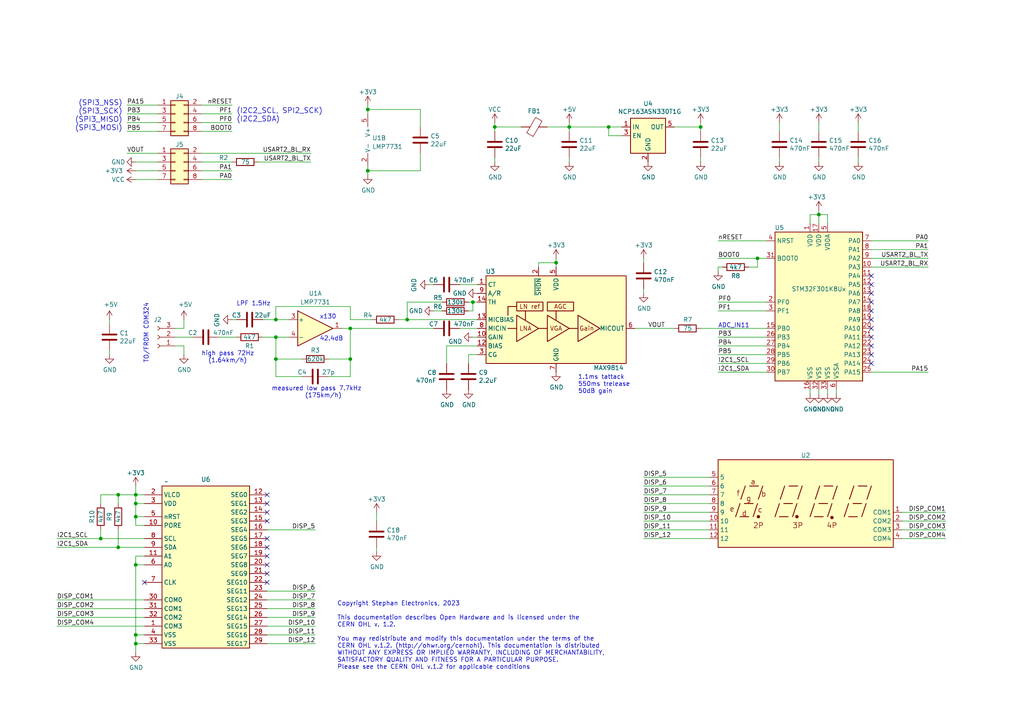
<source format=kicad_sch>
(kicad_sch (version 20230121) (generator eeschema)
  (paper "A4")
  (title_block (title "CDM324 Doppler Backpack v2") (date "2023-07-27") (rev "A") (company "Stephan Electronics SARL"))
  (lib_symbols
    (symbol "Amplifier_Audio:MAX9814"
      (property "Reference" "U" (at -20.32 13.97 0))
      (property "Value" "MAX9814" (at 11.43 13.97 0))
      (symbol "MAX9814_0_0"
        (text "AGC" (at 1.27 3.81 0) (effects (font (size 1.27 1.27))))
        (text "Gain" (at 8.89 -2.54 0) (effects (font (size 1.27 1.27))))
        (text "LN ref" (at -7.62 3.81 0) (effects (font (size 1.27 1.27))))
        (text "LNA" (at -8.89 -2.54 0) (effects (font (size 1.27 1.27))))
        (text "VGA" (at 0 -2.54 0) (effects (font (size 1.27 1.27))))
      )
      (symbol "MAX9814_1_1"
        (pin input line (at -22.86 10.16 0) (length 2.54) (name "CT") (number "1"))
        (pin input line (at -22.86 -5.08 0) (length 2.54) (name "GAIN") (number "10"))
        (pin passive line (at 0 -15.24 90) (length 2.54) hide (name "GND") (number "11"))
        (pin passive line (at -22.86 -7.62 0) (length 2.54) (name "BIAS") (number "12"))
        (pin output line (at -22.86 0 0) (length 2.54) (name "MICBIAS") (number "13"))
        (pin input line (at -22.86 5.08 0) (length 2.54) (name "TH") (number "14"))
        (pin passive line (at 0 -15.24 90) (length 2.54) hide (name "GND") (number "15"))
        (pin input line (at -5.08 15.24 270) (length 2.54) (name "~{SHDN}") (number "2"))
        (pin passive line (at -22.86 -10.16 0) (length 2.54) (name "CG") (number "3"))
        (pin passive line (at 0 -15.24 90) (length 2.54) hide (name "GND") (number "4"))
        (pin power_in line (at 0 15.24 270) (length 2.54) (name "VDD") (number "5"))
        (pin output line (at 22.86 -2.54 180) (length 2.54) (name "MICOUT") (number "6"))
        (pin power_in line (at 0 -15.24 90) (length 2.54) (name "GND") (number "7"))
        (pin input line (at -22.86 -2.54 0) (length 2.54) (name "MICIN") (number "8"))
        (pin input line (at -22.86 7.62 0) (length 2.54) (name "A/R") (number "9"))
      )
    )
    (symbol "Connector:Conn_01x03_Female" (pin_names (offset 1.016) hide)
      (property "Reference" "J" (at 0 5.08 0))
      (property "Value" "Conn_01x03_Female" (at 0 -5.08 0))
      (symbol "Conn_01x03_Female_1_1"
        (pin passive line (at -5.08 2.54 0) (length 3.81) (name "Pin_1") (number "1"))
        (pin passive line (at -5.08 0 0) (length 3.81) (name "Pin_2") (number "2"))
        (pin passive line (at -5.08 -2.54 0) (length 3.81) (name "Pin_3") (number "3"))
      )
    )
    (symbol "Connector_Generic:Conn_02x04_Odd_Even" (pin_names (offset 1.016) hide)
      (property "Reference" "J" (at 1.27 5.08 0))
      (property "Value" "Conn_02x04_Odd_Even" (at 1.27 -7.62 0))
      (symbol "Conn_02x04_Odd_Even_1_1"
        (pin passive line (at -5.08 2.54 0) (length 3.81) (name "Pin_1") (number "1"))
        (pin passive line (at 7.62 2.54 180) (length 3.81) (name "Pin_2") (number "2"))
        (pin passive line (at -5.08 0 0) (length 3.81) (name "Pin_3") (number "3"))
        (pin passive line (at 7.62 0 180) (length 3.81) (name "Pin_4") (number "4"))
        (pin passive line (at -5.08 -2.54 0) (length 3.81) (name "Pin_5") (number "5"))
        (pin passive line (at 7.62 -2.54 180) (length 3.81) (name "Pin_6") (number "6"))
        (pin passive line (at -5.08 -5.08 0) (length 3.81) (name "Pin_7") (number "7"))
        (pin passive line (at 7.62 -5.08 180) (length 3.81) (name "Pin_8") (number "8"))
      )
    )
    (symbol "Device:C" (pin_numbers hide) (pin_names (offset 0.254))
      (property "Reference" "C" (at 0.635 2.54 0))
      (property "Value" "C" (at 0.635 -2.54 0))
      (symbol "C_1_1"
        (pin passive line (at 0 3.81 270) (length 2.794) (name "~") (number "1"))
        (pin passive line (at 0 -3.81 90) (length 2.794) (name "~") (number "2"))
      )
    )
    (symbol "Device:Ferrite_Bead" (pin_numbers hide) (pin_names (offset 0))
      (property "Reference" "FB" (at -3.81 0.635 90))
      (property "Value" "Device_Ferrite_Bead" (at 3.81 0 90))
      (symbol "Ferrite_Bead_1_1"
        (pin passive line (at 0 3.81 270) (length 2.54) (name "~") (number "1"))
        (pin passive line (at 0 -3.81 90) (length 2.54) (name "~") (number "2"))
      )
    )
    (symbol "Device:R" (pin_numbers hide) (pin_names (offset 0))
      (property "Reference" "R" (at 2.032 0 90))
      (property "Value" "R" (at 0 0 90))
      (symbol "R_1_1"
        (pin passive line (at 0 3.81 270) (length 1.27) (name "~") (number "1"))
        (pin passive line (at 0 -3.81 90) (length 1.27) (name "~") (number "2"))
      )
    )
    (symbol "LMP7731_1" (pin_names (offset 0.127))
      (property "Reference" "U" (at 0 5.08 0))
      (property "Value" "LMP7731" (at 0 -5.08 0))
      (symbol "LMP7731_1_1_1"
        (pin output line (at 7.62 0 180) (length 2.54) (name "~") (number "1"))
        (pin input line (at -7.62 2.54 0) (length 2.54) (name "+") (number "3"))
        (pin input line (at -7.62 -2.54 0) (length 2.54) (name "-") (number "4"))
      )
      (symbol "LMP7731_1_2_1"
        (pin power_in line (at 0 -7.62 90) (length 3.81) (name "V-") (number "2"))
        (pin power_in line (at 0 7.62 270) (length 3.81) (name "V+") (number "5"))
      )
    )
    (symbol "MCU_ST_STM32F3:STM32F301K8Ux"
      (property "Reference" "U" (at -12.7 21.59 0))
      (property "Value" "STM32F301K8Ux" (at 5.08 21.59 0))
      (symbol "STM32F301K8Ux_1_1"
        (pin power_in line (at -2.54 22.86 270) (length 2.54) (name "VDD") (number "1"))
        (pin bidirectional line (at 15.24 10.16 180) (length 2.54) (name "PA3") (number "10"))
        (pin bidirectional line (at 15.24 7.62 180) (length 2.54) (name "PA4") (number "11"))
        (pin bidirectional line (at 15.24 5.08 180) (length 2.54) (name "PA5") (number "12"))
        (pin bidirectional line (at 15.24 2.54 180) (length 2.54) (name "PA6") (number "13"))
        (pin bidirectional line (at 15.24 0 180) (length 2.54) (name "PA7") (number "14"))
        (pin bidirectional line (at -15.24 -7.62 0) (length 2.54) (name "PB0") (number "15"))
        (pin power_in line (at -2.54 -25.4 90) (length 2.54) (name "VSS") (number "16"))
        (pin power_in line (at 0 22.86 270) (length 2.54) (name "VDD") (number "17"))
        (pin bidirectional line (at 15.24 -2.54 180) (length 2.54) (name "PA8") (number "18"))
        (pin bidirectional line (at 15.24 -5.08 180) (length 2.54) (name "PA9") (number "19"))
        (pin input line (at -15.24 0 0) (length 2.54) (name "PF0") (number "2"))
        (pin bidirectional line (at 15.24 -7.62 180) (length 2.54) (name "PA10") (number "20"))
        (pin bidirectional line (at 15.24 -10.16 180) (length 2.54) (name "PA11") (number "21"))
        (pin bidirectional line (at 15.24 -12.7 180) (length 2.54) (name "PA12") (number "22"))
        (pin bidirectional line (at 15.24 -15.24 180) (length 2.54) (name "PA13") (number "23"))
        (pin bidirectional line (at 15.24 -17.78 180) (length 2.54) (name "PA14") (number "24"))
        (pin bidirectional line (at 15.24 -20.32 180) (length 2.54) (name "PA15") (number "25"))
        (pin bidirectional line (at -15.24 -10.16 0) (length 2.54) (name "PB3") (number "26"))
        (pin bidirectional line (at -15.24 -12.7 0) (length 2.54) (name "PB4") (number "27"))
        (pin bidirectional line (at -15.24 -15.24 0) (length 2.54) (name "PB5") (number "28"))
        (pin bidirectional line (at -15.24 -17.78 0) (length 2.54) (name "PB6") (number "29"))
        (pin input line (at -15.24 -2.54 0) (length 2.54) (name "PF1") (number "3"))
        (pin bidirectional line (at -15.24 -20.32 0) (length 2.54) (name "PB7") (number "30"))
        (pin input line (at -15.24 12.7 0) (length 2.54) (name "BOOT0") (number "31"))
        (pin power_in line (at 0 -25.4 90) (length 2.54) (name "VSS") (number "32"))
        (pin power_in line (at 2.54 -25.4 90) (length 2.54) (name "VSS") (number "33"))
        (pin input line (at -15.24 17.78 0) (length 2.54) (name "NRST") (number "4"))
        (pin power_in line (at 2.54 22.86 270) (length 2.54) (name "VDDA") (number "5"))
        (pin power_in line (at 5.08 -25.4 90) (length 2.54) (name "VSSA") (number "6"))
        (pin bidirectional line (at 15.24 17.78 180) (length 2.54) (name "PA0") (number "7"))
        (pin bidirectional line (at 15.24 15.24 180) (length 2.54) (name "PA1") (number "8"))
        (pin bidirectional line (at 15.24 12.7 180) (length 2.54) (name "PA2") (number "9"))
      )
    )
    (symbol "Regulator_Linear:NCP718xSN330"
      (property "Reference" "U" (at -3.81 6.35 0))
      (property "Value" "NCP718xSN330" (at 6.35 6.35 0))
      (symbol "NCP718xSN330_0_1"
        (pin power_in line (at -7.62 2.54 0) (length 2.54) (name "IN") (number "1"))
        (pin power_in line (at 0 -7.62 90) (length 2.54) (name "GND") (number "2"))
        (pin input line (at -7.62 0 0) (length 2.54) (name "EN") (number "3"))
        (pin no_connect line (at 5.08 0 180) (length 2.54) hide (name "NC") (number "4"))
        (pin power_out line (at 7.62 2.54 180) (length 2.54) (name "OUT") (number "5"))
      )
    )
    (symbol "cdm324_lib:LMP7731" (pin_names (offset 0.127))
      (property "Reference" "U" (at 0 5.08 0))
      (property "Value" "LMP7731" (at 0 -5.08 0))
      (symbol "LMP7731_1_1"
        (pin output line (at 7.62 0 180) (length 2.54) (name "~") (number "1"))
        (pin input line (at -7.62 2.54 0) (length 2.54) (name "+") (number "3"))
        (pin input line (at -7.62 -2.54 0) (length 2.54) (name "-") (number "4"))
      )
      (symbol "LMP7731_2_1"
        (pin power_in line (at 0 -7.62 90) (length 3.81) (name "V-") (number "2"))
        (pin power_in line (at 0 7.62 270) (length 3.81) (name "V+") (number "5"))
      )
    )
    (symbol "cdm324_lib:PCA8561AHN"
      (property "Reference" "U" (at -11.43 26.67 0))
      (symbol "PCA8561AHN_1_1"
        (pin output line (at -17.78 -15.24 0) (length 5.08) (name "COM3") (number "1"))
        (pin input line (at -17.78 13.97 0) (length 5.08) (name "PORE") (number "10"))
        (pin input line (at -17.78 5.08 0) (length 5.08) (name "A1") (number "11"))
        (pin output line (at 17.78 22.86 180) (length 5.08) (name "SEG0") (number "12"))
        (pin output line (at 17.78 20.32 180) (length 5.08) (name "SEG1") (number "13"))
        (pin output line (at 17.78 17.78 180) (length 5.08) (name "SEG2") (number "14"))
        (pin output line (at 17.78 15.24 180) (length 5.08) (name "SEG3") (number "15"))
        (pin output line (at 17.78 12.7 180) (length 5.08) (name "SEG4") (number "16"))
        (pin output line (at 17.78 10.16 180) (length 5.08) (name "SEG5") (number "17"))
        (pin output line (at 17.78 7.62 180) (length 5.08) (name "SEG6") (number "18"))
        (pin output line (at 17.78 5.08 180) (length 5.08) (name "SEG7") (number "19"))
        (pin power_in line (at -17.78 22.86 0) (length 5.08) (name "VLCD") (number "2"))
        (pin output line (at 17.78 2.54 180) (length 5.08) (name "SEG8") (number "20"))
        (pin output line (at 17.78 0 180) (length 5.08) (name "SEG9") (number "21"))
        (pin output line (at 17.78 -2.54 180) (length 5.08) (name "SEG10") (number "22"))
        (pin output line (at 17.78 -5.08 180) (length 5.08) (name "SEG11") (number "23"))
        (pin output line (at 17.78 -7.62 180) (length 5.08) (name "SEG12") (number "24"))
        (pin output line (at 17.78 -10.16 180) (length 5.08) (name "SEG13") (number "25"))
        (pin output line (at 17.78 -12.7 180) (length 5.08) (name "SEG14") (number "26"))
        (pin output line (at 17.78 -15.24 180) (length 5.08) (name "SEG15") (number "27"))
        (pin output line (at 17.78 -17.78 180) (length 5.08) (name "SEG16") (number "28"))
        (pin output line (at 17.78 -20.32 180) (length 5.08) (name "SEG17") (number "29"))
        (pin power_in line (at -17.78 20.32 0) (length 5.08) (name "VDD") (number "3"))
        (pin output line (at -17.78 -7.62 0) (length 5.08) (name "COM0") (number "30"))
        (pin output line (at -17.78 -10.16 0) (length 5.08) (name "COM1") (number "31"))
        (pin output line (at -17.78 -12.7 0) (length 5.08) (name "COM2") (number "32"))
        (pin power_in line (at -17.78 -20.32 0) (length 5.08) (name "VSS") (number "33"))
        (pin power_in line (at -17.78 -17.78 0) (length 5.08) (name "VSS") (number "4"))
        (pin input line (at -17.78 16.51 0) (length 5.08) (name "nRST") (number "5"))
        (pin input line (at -17.78 2.54 0) (length 5.08) (name "A0") (number "6"))
        (pin output line (at -17.78 -2.54 0) (length 5.08) (name "CLK") (number "7"))
        (pin input line (at -17.78 10.16 0) (length 5.08) (name "SCL") (number "8"))
        (pin bidirectional line (at -17.78 7.62 0) (length 5.08) (name "SDA") (number "9"))
      )
    )
    (symbol "cdm324_lib:TN_4DIGIT_DISPLAY"
      (property "Reference" "U" (at -22.86 13.97 0))
      (symbol "TN_4DIGIT_DISPLAY_0_0"
        (text "2P" (at -12.446 -6.35 0) (effects (font (size 1.524 1.524))))
        (text "3P" (at -1.016 -6.35 0) (effects (font (size 1.524 1.524))))
        (text "4P" (at 8.89 -6.35 0) (effects (font (size 1.524 1.524))))
        (text "a" (at -13.97 6.35 0) (effects (font (size 1.524 1.524))))
        (text "b" (at -10.922 2.794 0) (effects (font (size 1.524 1.524))))
        (text "c" (at -11.938 -1.778 0) (effects (font (size 1.524 1.524))))
        (text "d" (at -16.51 -2.794 0) (effects (font (size 1.524 1.524))))
        (text "e" (at -20.066 -1.524 0) (effects (font (size 1.524 1.524))))
        (text "f" (at -18.288 3.048 0) (effects (font (size 1.524 1.524))))
        (text "g" (at -15.24 1.524 0) (effects (font (size 1.524 1.524))))
      )
      (symbol "TN_4DIGIT_DISPLAY_1_1"
        (pin input line (at 29.21 -2.54 180) (length 2.54) (name "COM1") (number "1"))
        (pin input line (at -26.67 -5.08 0) (length 2.54) (name "10") (number "10"))
        (pin input line (at -26.67 -7.62 0) (length 2.54) (name "11") (number "11"))
        (pin input line (at -26.67 -10.16 0) (length 2.54) (name "12") (number "12"))
        (pin input line (at 29.21 -5.08 180) (length 2.54) (name "COM2") (number "2"))
        (pin input line (at 29.21 -7.62 180) (length 2.54) (name "COM3") (number "3"))
        (pin input line (at 29.21 -10.16 180) (length 2.54) (name "COM4") (number "4"))
        (pin input line (at -26.67 7.62 0) (length 2.54) (name "5") (number "5"))
        (pin input line (at -26.67 5.08 0) (length 2.54) (name "6") (number "6"))
        (pin input line (at -26.67 2.54 0) (length 2.54) (name "7") (number "7"))
        (pin input line (at -26.67 0 0) (length 2.54) (name "8") (number "8"))
        (pin input line (at -26.67 -2.54 0) (length 2.54) (name "9") (number "9"))
      )
    )
    (symbol "power:+3.3V" (power) (pin_names (offset 0))
      (property "Value" "+3.3V" (at 0 3.556 0))
      (symbol "+3.3V_1_1"
        (pin power_in line (at 0 0 90) (length 0) hide (name "+3V3") (number "1"))
      )
    )
    (symbol "power:+5V" (power) (pin_names (offset 0))
      (property "Value" "+5V" (at 0 3.556 0))
      (symbol "+5V_1_1"
        (pin power_in line (at 0 0 90) (length 0) hide (name "+5V") (number "1"))
      )
    )
    (symbol "power:GND" (power) (pin_names (offset 0))
      (property "Value" "GND" (at 0 -3.81 0))
      (symbol "GND_1_1"
        (pin power_in line (at 0 0 270) (length 0) hide (name "GND") (number "1"))
      )
    )
    (symbol "power:VCC" (power) (pin_names (offset 0))
      (property "Value" "VCC" (at 0 3.81 0))
      (symbol "VCC_1_1"
        (pin power_in line (at 0 0 90) (length 0) hide (name "VCC") (number "1"))
      )
    )
  )
  (junction (at 39.37 143.51))
  (junction (at 118.11 92.71))
  (junction (at 39.37 184.15))
  (junction (at 106.68 49.53))
  (junction (at 203.2 36.83))
  (junction (at 39.37 146.05))
  (junction (at 143.51 36.83))
  (junction (at 39.37 149.86))
  (junction (at 34.29 143.51))
  (junction (at 137.16 87.63))
  (junction (at 101.6 95.25))
  (junction (at 80.01 92.71))
  (junction (at 39.37 186.69))
  (junction (at 106.68 31.75))
  (junction (at 237.49 62.23))
  (junction (at 29.21 156.21))
  (junction (at 219.71 74.93))
  (junction (at 101.6 104.14))
  (junction (at 39.37 163.83))
  (junction (at 165.1 36.83))
  (junction (at 34.29 158.75))
  (junction (at 80.01 104.14))
  (junction (at 176.53 36.83))
  (junction (at 161.29 76.2))
  (junction (at 80.01 97.79))
  (no_connect (at 77.47 158.75))
  (no_connect (at 252.73 95.25))
  (no_connect (at 77.47 168.91))
  (no_connect (at 252.73 92.71))
  (no_connect (at 252.73 85.09))
  (no_connect (at 77.47 166.37))
  (no_connect (at 77.47 161.29))
  (no_connect (at 77.47 156.21))
  (no_connect (at 77.47 163.83))
  (no_connect (at 77.47 143.51))
  (no_connect (at 252.73 102.87))
  (no_connect (at 77.47 146.05))
  (no_connect (at 252.73 80.01))
  (no_connect (at 252.73 105.41))
  (no_connect (at 252.73 82.55))
  (no_connect (at 252.73 100.33))
  (no_connect (at 41.91 168.91))
  (no_connect (at 252.73 90.17))
  (no_connect (at 77.47 148.59))
  (no_connect (at 252.73 87.63))
  (no_connect (at 252.73 97.79))
  (no_connect (at 77.47 151.13))
  (wire (pts (xy 237.49 62.23) (xy 240.03 62.23)))
  (wire (pts (xy 58.42 35.56) (xy 67.31 35.56)))
  (wire (pts (xy 252.73 72.39) (xy 269.24 72.39)))
  (wire (pts (xy 34.29 158.75) (xy 41.91 158.75)))
  (wire (pts (xy 80.01 88.9) (xy 80.01 92.71)))
  (wire (pts (xy 58.42 52.07) (xy 67.31 52.07)))
  (wire (pts (xy 39.37 186.69) (xy 39.37 189.23)))
  (wire (pts (xy 137.16 90.17) (xy 137.16 87.63)))
  (wire (pts (xy 128.27 87.63) (xy 118.11 87.63)))
  (wire (pts (xy 161.29 76.2) (xy 161.29 74.93)))
  (wire (pts (xy 219.71 74.93) (xy 219.71 77.47)))
  (wire (pts (xy 39.37 149.86) (xy 39.37 146.05)))
  (wire (pts (xy 118.11 87.63) (xy 118.11 92.71)))
  (wire (pts (xy 16.51 156.21) (xy 29.21 156.21)))
  (wire (pts (xy 156.21 76.2) (xy 161.29 76.2)))
  (wire (pts (xy 203.2 36.83) (xy 203.2 35.56)))
  (wire (pts (xy 39.37 49.53) (xy 45.72 49.53)))
  (wire (pts (xy 36.83 33.02) (xy 45.72 33.02)))
  (wire (pts (xy 80.01 109.22) (xy 87.63 109.22)))
  (wire (pts (xy 39.37 143.51) (xy 41.91 143.51)))
  (wire (pts (xy 58.42 46.99) (xy 67.31 46.99)))
  (wire (pts (xy 31.75 92.71) (xy 31.75 93.98)))
  (wire (pts (xy 208.28 90.17) (xy 222.25 90.17)))
  (wire (pts (xy 83.82 97.79) (xy 80.01 97.79)))
  (wire (pts (xy 226.06 46.99) (xy 226.06 45.72)))
  (wire (pts (xy 80.01 92.71) (xy 83.82 92.71)))
  (wire (pts (xy 184.15 95.25) (xy 195.58 95.25)))
  (wire (pts (xy 58.42 38.1) (xy 67.31 38.1)))
  (wire (pts (xy 124.46 82.55) (xy 125.73 82.55)))
  (wire (pts (xy 109.22 148.59) (xy 109.22 151.13)))
  (wire (pts (xy 248.92 38.1) (xy 248.92 35.56)))
  (wire (pts (xy 156.21 77.47) (xy 156.21 76.2)))
  (wire (pts (xy 34.29 143.51) (xy 34.29 146.05)))
  (wire (pts (xy 125.73 95.25) (xy 101.6 95.25)))
  (wire (pts (xy 186.69 143.51) (xy 205.74 143.51)))
  (wire (pts (xy 77.47 171.45) (xy 91.44 171.45)))
  (wire (pts (xy 208.28 97.79) (xy 222.25 97.79)))
  (wire (pts (xy 16.51 176.53) (xy 41.91 176.53)))
  (wire (pts (xy 226.06 38.1) (xy 226.06 35.56)))
  (wire (pts (xy 106.68 33.02) (xy 106.68 31.75)))
  (wire (pts (xy 29.21 153.67) (xy 29.21 156.21)))
  (wire (pts (xy 39.37 146.05) (xy 39.37 143.51)))
  (wire (pts (xy 29.21 143.51) (xy 29.21 146.05)))
  (wire (pts (xy 101.6 109.22) (xy 95.25 109.22)))
  (wire (pts (xy 50.8 95.25) (xy 53.34 95.25)))
  (wire (pts (xy 77.47 173.99) (xy 91.44 173.99)))
  (wire (pts (xy 77.47 181.61) (xy 91.44 181.61)))
  (wire (pts (xy 208.28 102.87) (xy 222.25 102.87)))
  (wire (pts (xy 237.49 60.96) (xy 237.49 62.23)))
  (wire (pts (xy 186.69 148.59) (xy 205.74 148.59)))
  (wire (pts (xy 53.34 100.33) (xy 53.34 102.87)))
  (wire (pts (xy 237.49 62.23) (xy 234.95 62.23)))
  (wire (pts (xy 180.34 39.37) (xy 176.53 39.37)))
  (wire (pts (xy 165.1 36.83) (xy 165.1 38.1)))
  (wire (pts (xy 80.01 97.79) (xy 80.01 104.14)))
  (wire (pts (xy 237.49 45.72) (xy 237.49 46.99)))
  (wire (pts (xy 39.37 161.29) (xy 39.37 163.83)))
  (wire (pts (xy 39.37 149.86) (xy 41.91 149.86)))
  (wire (pts (xy 129.54 100.33) (xy 129.54 105.41)))
  (wire (pts (xy 50.8 100.33) (xy 53.34 100.33)))
  (wire (pts (xy 252.73 107.95) (xy 269.24 107.95)))
  (wire (pts (xy 252.73 77.47) (xy 269.24 77.47)))
  (wire (pts (xy 39.37 52.07) (xy 45.72 52.07)))
  (wire (pts (xy 208.28 87.63) (xy 222.25 87.63)))
  (wire (pts (xy 39.37 186.69) (xy 41.91 186.69)))
  (wire (pts (xy 29.21 156.21) (xy 41.91 156.21)))
  (wire (pts (xy 39.37 163.83) (xy 39.37 184.15)))
  (wire (pts (xy 158.75 36.83) (xy 165.1 36.83)))
  (wire (pts (xy 39.37 184.15) (xy 39.37 186.69)))
  (wire (pts (xy 237.49 35.56) (xy 237.49 38.1)))
  (wire (pts (xy 101.6 104.14) (xy 95.25 104.14)))
  (wire (pts (xy 109.22 158.75) (xy 109.22 160.02)))
  (wire (pts (xy 101.6 95.25) (xy 101.6 104.14)))
  (wire (pts (xy 208.28 100.33) (xy 222.25 100.33)))
  (wire (pts (xy 252.73 69.85) (xy 269.24 69.85)))
  (wire (pts (xy 16.51 181.61) (xy 41.91 181.61)))
  (wire (pts (xy 165.1 36.83) (xy 176.53 36.83)))
  (wire (pts (xy 68.58 97.79) (xy 63.5 97.79)))
  (wire (pts (xy 58.42 30.48) (xy 67.31 30.48)))
  (wire (pts (xy 222.25 74.93) (xy 219.71 74.93)))
  (wire (pts (xy 115.57 92.71) (xy 118.11 92.71)))
  (wire (pts (xy 209.55 77.47) (xy 208.28 77.47)))
  (wire (pts (xy 101.6 92.71) (xy 101.6 88.9)))
  (wire (pts (xy 41.91 161.29) (xy 39.37 161.29)))
  (wire (pts (xy 36.83 38.1) (xy 45.72 38.1)))
  (wire (pts (xy 203.2 95.25) (xy 222.25 95.25)))
  (wire (pts (xy 58.42 49.53) (xy 67.31 49.53)))
  (wire (pts (xy 80.01 97.79) (xy 76.2 97.79)))
  (wire (pts (xy 176.53 39.37) (xy 176.53 36.83)))
  (wire (pts (xy 261.62 156.21) (xy 274.32 156.21)))
  (wire (pts (xy 101.6 88.9) (xy 80.01 88.9)))
  (wire (pts (xy 77.47 176.53) (xy 91.44 176.53)))
  (wire (pts (xy 242.57 113.03) (xy 242.57 114.3)))
  (wire (pts (xy 121.92 49.53) (xy 121.92 44.45)))
  (wire (pts (xy 53.34 95.25) (xy 53.34 92.71)))
  (wire (pts (xy 234.95 62.23) (xy 234.95 64.77)))
  (wire (pts (xy 16.51 179.07) (xy 41.91 179.07)))
  (wire (pts (xy 176.53 36.83) (xy 180.34 36.83)))
  (wire (pts (xy 261.62 153.67) (xy 274.32 153.67)))
  (wire (pts (xy 186.69 146.05) (xy 205.74 146.05)))
  (wire (pts (xy 125.73 90.17) (xy 128.27 90.17)))
  (wire (pts (xy 137.16 87.63) (xy 138.43 87.63)))
  (wire (pts (xy 106.68 31.75) (xy 121.92 31.75)))
  (wire (pts (xy 106.68 31.75) (xy 106.68 30.48)))
  (wire (pts (xy 101.6 104.14) (xy 101.6 109.22)))
  (wire (pts (xy 203.2 38.1) (xy 203.2 36.83)))
  (wire (pts (xy 219.71 74.93) (xy 208.28 74.93)))
  (wire (pts (xy 36.83 35.56) (xy 45.72 35.56)))
  (wire (pts (xy 77.47 184.15) (xy 91.44 184.15)))
  (wire (pts (xy 107.95 92.71) (xy 101.6 92.71)))
  (wire (pts (xy 138.43 97.79) (xy 137.16 97.79)))
  (wire (pts (xy 151.13 36.83) (xy 143.51 36.83)))
  (wire (pts (xy 106.68 49.53) (xy 106.68 50.8)))
  (wire (pts (xy 133.35 82.55) (xy 138.43 82.55)))
  (wire (pts (xy 41.91 163.83) (xy 39.37 163.83)))
  (wire (pts (xy 186.69 153.67) (xy 205.74 153.67)))
  (wire (pts (xy 77.47 186.69) (xy 91.44 186.69)))
  (wire (pts (xy 208.28 107.95) (xy 222.25 107.95)))
  (wire (pts (xy 203.2 46.99) (xy 203.2 45.72)))
  (wire (pts (xy 240.03 114.3) (xy 240.03 113.03)))
  (wire (pts (xy 50.8 97.79) (xy 55.88 97.79)))
  (wire (pts (xy 34.29 153.67) (xy 34.29 158.75)))
  (wire (pts (xy 135.89 102.87) (xy 135.89 105.41)))
  (wire (pts (xy 77.47 179.07) (xy 91.44 179.07)))
  (wire (pts (xy 165.1 36.83) (xy 165.1 35.56)))
  (wire (pts (xy 138.43 100.33) (xy 129.54 100.33)))
  (wire (pts (xy 161.29 76.2) (xy 161.29 77.47)))
  (wire (pts (xy 58.42 44.45) (xy 90.17 44.45)))
  (wire (pts (xy 252.73 74.93) (xy 269.24 74.93)))
  (wire (pts (xy 39.37 143.51) (xy 34.29 143.51)))
  (wire (pts (xy 39.37 46.99) (xy 45.72 46.99)))
  (wire (pts (xy 121.92 31.75) (xy 121.92 36.83)))
  (wire (pts (xy 186.69 85.09) (xy 186.69 83.82)))
  (wire (pts (xy 186.69 151.13) (xy 205.74 151.13)))
  (wire (pts (xy 80.01 104.14) (xy 80.01 109.22)))
  (wire (pts (xy 106.68 48.26) (xy 106.68 49.53)))
  (wire (pts (xy 143.51 36.83) (xy 143.51 35.56)))
  (wire (pts (xy 77.47 153.67) (xy 91.44 153.67)))
  (wire (pts (xy 186.69 138.43) (xy 205.74 138.43)))
  (wire (pts (xy 138.43 102.87) (xy 135.89 102.87)))
  (wire (pts (xy 34.29 143.51) (xy 29.21 143.51)))
  (wire (pts (xy 74.93 46.99) (xy 90.17 46.99)))
  (wire (pts (xy 186.69 140.97) (xy 205.74 140.97)))
  (wire (pts (xy 133.35 95.25) (xy 138.43 95.25)))
  (wire (pts (xy 165.1 46.99) (xy 165.1 45.72)))
  (wire (pts (xy 222.25 69.85) (xy 208.28 69.85)))
  (wire (pts (xy 76.2 92.71) (xy 80.01 92.71)))
  (wire (pts (xy 195.58 36.83) (xy 203.2 36.83)))
  (wire (pts (xy 41.91 146.05) (xy 39.37 146.05)))
  (wire (pts (xy 135.89 87.63) (xy 137.16 87.63)))
  (wire (pts (xy 135.89 90.17) (xy 137.16 90.17)))
  (wire (pts (xy 36.83 30.48) (xy 45.72 30.48)))
  (wire (pts (xy 237.49 62.23) (xy 237.49 64.77)))
  (wire (pts (xy 219.71 77.47) (xy 217.17 77.47)))
  (wire (pts (xy 41.91 152.4) (xy 39.37 152.4)))
  (wire (pts (xy 143.51 45.72) (xy 143.51 46.99)))
  (wire (pts (xy 208.28 77.47) (xy 208.28 78.74)))
  (wire (pts (xy 143.51 36.83) (xy 143.51 38.1)))
  (wire (pts (xy 39.37 152.4) (xy 39.37 149.86)))
  (wire (pts (xy 58.42 33.02) (xy 67.31 33.02)))
  (wire (pts (xy 186.69 76.2) (xy 186.69 74.93)))
  (wire (pts (xy 67.31 92.71) (xy 68.58 92.71)))
  (wire (pts (xy 99.06 95.25) (xy 101.6 95.25)))
  (wire (pts (xy 208.28 105.41) (xy 222.25 105.41)))
  (wire (pts (xy 261.62 151.13) (xy 274.32 151.13)))
  (wire (pts (xy 41.91 184.15) (xy 39.37 184.15)))
  (wire (pts (xy 237.49 113.03) (xy 237.49 114.3)))
  (wire (pts (xy 16.51 158.75) (xy 34.29 158.75)))
  (wire (pts (xy 261.62 148.59) (xy 274.32 148.59)))
  (wire (pts (xy 186.69 156.21) (xy 205.74 156.21)))
  (wire (pts (xy 106.68 49.53) (xy 121.92 49.53)))
  (wire (pts (xy 234.95 114.3) (xy 234.95 113.03)))
  (wire (pts (xy 36.83 44.45) (xy 45.72 44.45)))
  (wire (pts (xy 39.37 143.51) (xy 39.37 140.97)))
  (wire (pts (xy 87.63 104.14) (xy 80.01 104.14)))
  (wire (pts (xy 240.03 62.23) (xy 240.03 64.77)))
  (wire (pts (xy 118.11 92.71) (xy 138.43 92.71)))
  (wire (pts (xy 31.75 102.87) (xy 31.75 101.6)))
  (wire (pts (xy 248.92 46.99) (xy 248.92 45.72)))
  (wire (pts (xy 16.51 173.99) (xy 41.91 173.99)))
  (text "1.1ms tattack\n550ms trelease\n50dB gain" (at 167.64 114.3 0) (effects (font (size 1.27 1.27)) (justify left bottom)))
  (text "measured low pass 7.7kHz\n          (175km/h)" (at 78.74 115.57 0) (effects (font (size 1.27 1.27)) (justify left bottom)))
  (text "(SPI3_NSS)\n(SPI3_SCK)\n(SPI3_MISO)\n(SPI3_MOSI)" (at 35.56 38.1 0) (effects (font (size 1.5 1.5)) (justify right bottom)))
  (text "TO/FROM CDM324" (at 43.18 105.41 90) (effects (font (size 1.27 1.27)) (justify left bottom)))
  (text "Copyright Stephan Electronics, 2023\n\nThis documentation describes Open Hardware and is licensed under the\nCERN OHL v. 1.2.\n\nYou may redistribute and modify this documentation under the terms of the\nCERN OHL v.1.2. (http://ohwr.org/cernohl). This documentation is distributed\nWITHOUT ANY EXPRESS OR IMPLIED WARRANTY, INCLUDING OF MERCHANTABILITY,\nSATISFACTORY QUALITY AND FITNESS FOR A PARTICULAR PURPOSE. \nPlease see the CERN OHL v.1.2 for applicable conditions" (at 97.79 194.31 0) (effects (font (size 1.27 1.27)) (justify left bottom)))
  (text "ADC_IN11" (at 208.28 95.25 0) (effects (font (size 1.27 1.27)) (justify left bottom)))
  (text "x130" (at 92.71 92.71 0) (effects (font (size 1.27 1.27)) (justify left bottom)))
  (text "high pass 72Hz\n  (1.64km/h)" (at 58.42 105.41 0) (effects (font (size 1.27 1.27)) (justify left bottom)))
  (text "LPF 1.5Hz" (at 68.58 88.9 0) (effects (font (size 1.27 1.27)) (justify left bottom)))
  (text "42.4dB" (at 92.71 99.06 0) (effects (font (size 1.27 1.27)) (justify left bottom)))
  (text "(I2C2_SCL, SPI2_SCK)\n(I2C2_SDA)" (at 68.58 35.56 0) (effects (font (size 1.5 1.5)) (justify left bottom)))
  (label "DISP_10" (at 186.69 151.13 0))
  (label "USART2_BL_RX" (at 90.17 44.45 180))
  (label "DISP_5" (at 91.44 153.67 180))
  (label "DISP_12" (at 186.69 156.21 0))
  (label "PA15" (at 36.83 30.48 0))
  (label "DISP_8" (at 186.69 146.05 0))
  (label "PF0" (at 208.28 87.63 0))
  (label "I2C1_SDA" (at 208.28 107.95 0))
  (label "DISP_12" (at 91.44 186.69 180))
  (label "DISP_6" (at 91.44 171.45 180))
  (label "PF1" (at 208.28 90.17 0))
  (label "DISP_COM4" (at 274.32 156.21 180))
  (label "USART2_BL_TX" (at 269.24 74.93 180))
  (label "BOOT0" (at 208.28 74.93 0))
  (label "PB4" (at 208.28 100.33 0))
  (label "PA0" (at 269.24 69.85 180))
  (label "PF0" (at 67.31 35.56 180))
  (label "PA1" (at 269.24 72.39 180))
  (label "DISP_8" (at 91.44 176.53 180))
  (label "PF1" (at 67.31 33.02 180))
  (label "DISP_11" (at 186.69 153.67 0))
  (label "DISP_9" (at 91.44 179.07 180))
  (label "DISP_7" (at 186.69 143.51 0))
  (label "PB5" (at 36.83 38.1 0))
  (label "DISP_COM1" (at 274.32 148.59 180))
  (label "DISP_5" (at 186.69 138.43 0))
  (label "I2C1_SDA" (at 16.51 158.75 0))
  (label "DISP_6" (at 186.69 140.97 0))
  (label "PA15" (at 269.24 107.95 180))
  (label "DISP_COM3" (at 16.51 179.07 0))
  (label "PB3" (at 36.83 33.02 0))
  (label "DISP_COM2" (at 16.51 176.53 0))
  (label "DISP_10" (at 91.44 181.61 180))
  (label "DISP_COM3" (at 274.32 153.67 180))
  (label "VOUT" (at 187.96 95.25 0))
  (label "nRESET" (at 67.31 30.48 180))
  (label "I2C1_SCL" (at 16.51 156.21 0))
  (label "BOOT0" (at 67.31 38.1 180))
  (label "DISP_7" (at 91.44 173.99 180))
  (label "I2C1_SCL" (at 208.28 105.41 0))
  (label "DISP_COM4" (at 16.51 181.61 0))
  (label "PB5" (at 208.28 102.87 0))
  (label "VOUT" (at 36.83 44.45 0))
  (label "PB3" (at 208.28 97.79 0))
  (label "DISP_COM1" (at 16.51 173.99 0))
  (label "USART2_BL_RX" (at 269.24 77.47 180))
  (label "USART2_BL_TX" (at 90.17 46.99 180))
  (label "nRESET" (at 208.28 69.85 0))
  (label "PB4" (at 36.83 35.56 0))
  (label "DISP_9" (at 186.69 148.59 0))
  (label "DISP_11" (at 91.44 184.15 180))
  (label "PA0" (at 67.31 52.07 180))
  (label "PA1" (at 67.31 49.53 180))
  (label "DISP_COM2" (at 274.32 151.13 180))
  (symbol (lib_id "Connector:Conn_01x03_Female") (at 45.72 97.79 180) (unit 1)
    (property "Reference" "J2" (at 45.72 92.71 0))
    (property "Value" "Conn_01x03_Female" (effects hide))
    (property "Footprint" "Connector_PinHeader_2.54mm:PinHeader_1x03_P2.54mm_Vertical" (effects hide))
    (property "Field4" "http://www.digikey.com/product-detail/en/sullins-connector-solutions/PPPC031LFBN-RC/S7036-ND/810175" (effects hide))
  )
  (symbol (lib_id "power:GND") (at 53.34 102.87 0) (unit 1)
    (property "Reference" "#PWR05" (effects hide))
    (property "Value" "GND" (at 53.467 107.2642 0))
  )
  (symbol (lib_id "Device:R") (at 72.39 97.79 270) (unit 1)
    (property "Reference" "R1" (at 72.39 100.33 90))
    (property "Value" "4k7" (at 72.39 97.79 90))
    (property "Footprint" "Resistor_SMD:R_0603_1608Metric" (effects hide))
    (property "Field4" "https://www.digikey.com/en/products/detail/yageo/RC0603FR-074K7L/727212" (effects hide))
  )
  (symbol (lib_id "Device:C") (at 91.44 109.22 270) (unit 1)
    (property "Reference" "C4" (at 87.63 107.95 90))
    (property "Value" "27p" (at 95.25 107.95 90))
    (property "Footprint" "Capacitor_SMD:C_0603_1608Metric" (effects hide))
    (property "Field4" "https://www.digikey.com/en/products/detail/yageo/CC0603JRNPO9BN270/302797" (effects hide))
  )
  (symbol (lib_id "Device:R") (at 91.44 104.14 270) (unit 1)
    (property "Reference" "R3" (at 91.44 101.6 90))
    (property "Value" "620k" (at 91.44 104.14 90))
    (property "Footprint" "Resistor_SMD:R_0603_1608Metric" (effects hide))
  )
  (symbol (lib_id "power:GND") (at 106.68 50.8 0) (unit 1)
    (property "Reference" "#PWR010" (effects hide))
    (property "Value" "GND" (at 106.807 55.1942 0))
  )
  (symbol (lib_id "Device:C") (at 121.92 40.64 0) (unit 1)
    (property "Reference" "C5" (at 124.841 39.4716 0) (effects (justify left)))
    (property "Value" "22uF" (at 124.841 41.783 0) (effects (justify left)))
    (property "Footprint" "Capacitor_SMD:C_0805_2012Metric" (effects hide))
    (property "Field4" "https://www.digikey.com/product-detail/en/samsung-electro-mechanics/CL21A226MOCLRNC/1276-6780-1-ND/5961639" (effects hide))
  )
  (symbol (lib_id "power:+5V") (at 53.34 92.71 0) (unit 1)
    (property "Reference" "#PWR04" (effects hide))
    (property "Value" "+5V" (at 53.721 88.3158 0))
  )
  (symbol (lib_id "Device:C") (at 31.75 97.79 0) (unit 1)
    (property "Reference" "C1" (at 34.671 96.6216 0) (effects (justify left)))
    (property "Value" "22uF" (at 34.671 98.933 0) (effects (justify left)))
    (property "Footprint" "Capacitor_SMD:C_0805_2012Metric" (effects hide))
    (property "Field4" "https://www.digikey.com/product-detail/en/samsung-electro-mechanics/CL21A226MOCLRNC/1276-6780-1-ND/5961639" (effects hide))
  )
  (symbol (lib_id "power:+5V") (at 31.75 92.71 0) (unit 1)
    (property "Reference" "#PWR02" (effects hide))
    (property "Value" "+5V" (at 32.131 88.3158 0))
  )
  (symbol (lib_id "power:GND") (at 31.75 102.87 0) (unit 1)
    (property "Reference" "#PWR03" (effects hide))
    (property "Value" "GND" (at 31.877 107.2642 0))
  )
  (symbol (lib_id "MCU_ST_STM32F3:STM32F301K8Ux") (at 237.49 87.63 0) (unit 1)
    (property "Reference" "U5" (at 226.06 66.04 0))
    (property "Value" "STM32F301K8Ux" (at 237.49 83.82 0))
    (property "Footprint" "Package_DFN_QFN:QFN-32-1EP_5x5mm_P0.5mm_EP3.45x3.45mm" (effects hide))
    (property "Datasheet" "http://www.st.com/st-web-ui/static/active/en/resource/technical/document/datasheet/DM00093332.pdf" (effects hide))
    (property "Field4" "https://www.digikey.com/product-detail/en/stmicroelectronics/STM32F301K8U6/497-17411-ND/5051319" (effects hide))
  )
  (symbol (lib_id "power:GND") (at 234.95 114.3 0) (unit 1)
    (property "Reference" "#PWR031" (effects hide))
    (property "Value" "GND" (at 235.077 118.6942 0))
  )
  (symbol (lib_id "power:GND") (at 237.49 114.3 0) (unit 1)
    (property "Reference" "#PWR035" (effects hide))
    (property "Value" "GND" (at 237.617 118.6942 0))
  )
  (symbol (lib_id "power:GND") (at 240.03 114.3 0) (unit 1)
    (property "Reference" "#PWR036" (effects hide))
    (property "Value" "GND" (at 240.157 118.6942 0))
  )
  (symbol (lib_id "power:GND") (at 242.57 114.3 0) (unit 1)
    (property "Reference" "#PWR037" (effects hide))
    (property "Value" "GND" (at 242.697 118.6942 0))
  )
  (symbol (lib_id "Device:C") (at 248.92 41.91 0) (unit 1)
    (property "Reference" "C16" (at 251.841 40.7416 0) (effects (justify left)))
    (property "Value" "470nF" (at 251.841 43.053 0) (effects (justify left)))
    (property "Footprint" "Capacitor_SMD:C_0402_1005Metric" (effects hide))
    (property "Field4" "https://www.digikey.com/en/products/detail/tdk-corporation/C1005X5R1E474K050BB/2792240" (effects hide))
  )
  (symbol (lib_id "Device:C") (at 237.49 41.91 0) (unit 1)
    (property "Reference" "C15" (at 240.411 40.7416 0) (effects (justify left)))
    (property "Value" "470nF" (at 240.411 43.053 0) (effects (justify left)))
    (property "Footprint" "Capacitor_SMD:C_0402_1005Metric" (effects hide))
    (property "Field4" "https://www.digikey.com/en/products/detail/tdk-corporation/C1005X5R1E474K050BB/2792240" (effects hide))
  )
  (symbol (lib_id "Device:C") (at 226.06 41.91 0) (unit 1)
    (property "Reference" "C14" (at 228.981 40.7416 0) (effects (justify left)))
    (property "Value" "470nF" (at 228.981 43.053 0) (effects (justify left)))
    (property "Footprint" "Capacitor_SMD:C_0402_1005Metric" (effects hide))
    (property "Field4" "https://www.digikey.com/en/products/detail/tdk-corporation/C1005X5R1E474K050BB/2792240" (effects hide))
  )
  (symbol (lib_id "power:GND") (at 226.06 46.99 0) (unit 1)
    (property "Reference" "#PWR030" (effects hide))
    (property "Value" "GND" (at 226.187 51.3842 0))
  )
  (symbol (lib_id "power:GND") (at 237.49 46.99 0) (unit 1)
    (property "Reference" "#PWR033" (effects hide))
    (property "Value" "GND" (at 237.617 51.3842 0))
  )
  (symbol (lib_id "power:GND") (at 248.92 46.99 0) (unit 1)
    (property "Reference" "#PWR039" (effects hide))
    (property "Value" "GND" (at 249.047 51.3842 0))
  )
  (symbol (lib_id "power:+3.3V") (at 226.06 35.56 0) (unit 1)
    (property "Reference" "#PWR029" (effects hide))
    (property "Value" "+3.3V" (at 226.06 31.75 0))
  )
  (symbol (lib_id "power:+3.3V") (at 237.49 35.56 0) (unit 1)
    (property "Reference" "#PWR032" (effects hide))
    (property "Value" "+3.3V" (at 237.49 31.75 0))
  )
  (symbol (lib_id "power:GND") (at 208.28 78.74 0) (unit 1)
    (property "Reference" "#PWR028" (effects hide))
    (property "Value" "GND" (at 208.407 83.1342 0))
  )
  (symbol (lib_id "Device:R") (at 213.36 77.47 90) (unit 1)
    (property "Reference" "R8" (at 213.36 80.01 90))
    (property "Value" "4k7" (at 213.36 77.47 90))
    (property "Footprint" "Resistor_SMD:R_0603_1608Metric" (effects hide))
    (property "Field4" "https://www.digikey.com/en/products/detail/yageo/RC0603FR-074K7L/727212" (effects hide))
  )
  (symbol (lib_id "Device:Ferrite_Bead") (at 154.94 36.83 270) (unit 1)
    (property "Reference" "FB1" (at 154.94 32.2072 90))
    (property "Value" "Ferrite_Bead" (effects hide))
    (property "Footprint" "Inductor_SMD:L_0805_2012Metric" (effects hide))
    (property "Field4" "http://www.digikey.com/product-detail/en/HZ0805D102R-10/240-2397-1-ND/806757" (effects hide))
  )
  (symbol (lib_id "Device:C") (at 143.51 41.91 0) (unit 1)
    (property "Reference" "C10" (at 146.431 40.7416 0) (effects (justify left)))
    (property "Value" "22uF" (at 146.431 43.053 0) (effects (justify left)))
    (property "Footprint" "Capacitor_SMD:C_0805_2012Metric" (effects hide))
    (property "Field4" "https://www.digikey.com/product-detail/en/samsung-electro-mechanics/CL21A226MOCLRNC/1276-6780-1-ND/5961639" (effects hide))
  )
  (symbol (lib_id "Device:C") (at 165.1 41.91 0) (unit 1)
    (property "Reference" "C11" (at 168.021 40.7416 0) (effects (justify left)))
    (property "Value" "22uF" (at 168.021 43.053 0) (effects (justify left)))
    (property "Footprint" "Capacitor_SMD:C_0805_2012Metric" (effects hide))
    (property "Field4" "https://www.digikey.com/product-detail/en/samsung-electro-mechanics/CL21A226MOCLRNC/1276-6780-1-ND/5961639" (effects hide))
  )
  (symbol (lib_id "power:GND") (at 143.51 46.99 0) (unit 1)
    (property "Reference" "#PWR018" (effects hide))
    (property "Value" "GND" (at 143.637 51.3842 0))
  )
  (symbol (lib_id "power:GND") (at 165.1 46.99 0) (unit 1)
    (property "Reference" "#PWR022" (effects hide))
    (property "Value" "GND" (at 165.227 51.3842 0))
  )
  (symbol (lib_id "power:+5V") (at 165.1 35.56 0) (unit 1)
    (property "Reference" "#PWR021" (effects hide))
    (property "Value" "+5V" (at 165.1 31.75 0))
  )
  (symbol (lib_id "power:VCC") (at 143.51 35.56 0) (unit 1)
    (property "Reference" "#PWR017" (effects hide))
    (property "Value" "VCC" (at 143.51 31.75 0))
  )
  (symbol (lib_id "Regulator_Linear:NCP718xSN330") (at 187.96 39.37 0) (unit 1)
    (property "Reference" "U4" (at 187.96 30.0482 0))
    (property "Value" " NCP163ASN330T1G" (at 187.96 32.3596 0))
    (property "Footprint" "Package_TO_SOT_SMD:SOT-23-5" (effects hide))
    (property "Datasheet" "https://www.onsemi.com/pub/Collateral/NCP718-D.PDF" (effects hide))
    (property "Field4" "https://www.digikey.com/product-detail/en/on-semiconductor/NCP163ASN330T1G/NCP163ASN330T1GOSCT-ND/10233513" (effects hide))
  )
  (symbol (lib_id "power:GND") (at 187.96 46.99 0) (unit 1)
    (property "Reference" "#PWR025" (effects hide))
    (property "Value" "GND" (at 188.087 51.3842 0))
  )
  (symbol (lib_id "Device:C") (at 203.2 41.91 0) (unit 1)
    (property "Reference" "C13" (at 206.121 40.7416 0) (effects (justify left)))
    (property "Value" "22uF" (at 206.121 43.053 0) (effects (justify left)))
    (property "Footprint" "Capacitor_SMD:C_0805_2012Metric" (effects hide))
    (property "Field4" "https://www.digikey.com/product-detail/en/samsung-electro-mechanics/CL21A226MOCLRNC/1276-6780-1-ND/5961639" (effects hide))
  )
  (symbol (lib_id "power:GND") (at 203.2 46.99 0) (unit 1)
    (property "Reference" "#PWR027" (effects hide))
    (property "Value" "GND" (at 203.327 51.3842 0))
  )
  (symbol (lib_id "power:+3.3V") (at 109.22 148.59 0) (unit 1)
    (property "Reference" "#PWR07" (effects hide))
    (property "Value" "+3.3V" (at 109.22 144.78 0))
  )
  (symbol (lib_id "Connector_Generic:Conn_02x04_Odd_Even") (at 50.8 33.02 0) (unit 1)
    (property "Reference" "J4" (at 52.07 27.94 0))
    (property "Value" "Conn_02x04_Odd_Even" (effects hide))
    (property "Footprint" "Connector_PinSocket_2.54mm:PinSocket_2x04_P2.54mm_Vertical" (effects hide))
    (property "Field4" "https://www.digikey.com/en/products/detail/sullins-connector-solutions/PPPC042LFBN-RC/810244" (effects hide))
  )
  (symbol (lib_id "power:+3.3V") (at 161.29 74.93 0) (unit 1)
    (property "Reference" "#PWR023" (effects hide))
    (property "Value" "+3.3V" (at 161.29 71.12 0))
  )
  (symbol (lib_id "Device:R") (at 199.39 95.25 270) (unit 1)
    (property "Reference" "R7" (at 198.12 92.71 90) (effects (justify left)))
    (property "Value" "75" (at 198.12 95.25 90) (effects (justify left)))
    (property "Footprint" "Resistor_SMD:R_0402_1005Metric" (effects hide))
    (property "Field4" "https://www.digikey.com/en/products/detail/yageo/RC0402JR-0775RL/726505" (effects hide))
  )
  (symbol (lib_id "cdm324_lib:LMP7731") (at 106.68 40.64 0) (unit 2)
    (property "Reference" "U1" (at 107.95 40.005 0) (effects (justify left)))
    (property "Value" "LMP7731" (at 107.95 42.545 0) (effects (justify left)))
    (property "Footprint" "Package_TO_SOT_SMD:SOT-23-5" (effects hide))
    (property "Field4" "https://www.digikey.ch/en/products/detail/texas-instruments/LMP7731MF-NOPB/1836050" (effects hide))
  )
  (symbol (lib_id "Device:C") (at 72.39 92.71 270) (unit 1)
    (property "Reference" "C3" (at 68.58 91.44 90))
    (property "Value" "22uF" (at 76.2 91.44 90))
    (property "Footprint" "Capacitor_SMD:C_0805_2012Metric" (effects hide))
    (property "Field4" "https://www.digikey.com/product-detail/en/samsung-electro-mechanics/CL21A226MOCLRNC/1276-6780-1-ND/5961639" (effects hide))
  )
  (symbol (lib_id "power:+3.3V") (at 39.37 140.97 0) (unit 1)
    (property "Reference" "#PWR045" (effects hide))
    (property "Value" "+3.3V" (at 39.37 137.16 0))
  )
  (symbol (lib_id "power:GND") (at 39.37 189.23 0) (unit 1)
    (property "Reference" "#PWR044" (effects hide))
    (property "Value" "GND" (at 39.497 193.6242 0))
  )
  (symbol (lib_id "power:+3.3V") (at 39.37 49.53 90) (unit 1)
    (property "Reference" "#PWR041" (effects hide))
    (property "Value" "+3.3V" (at 33.02 49.53 90))
  )
  (symbol (lib_id "Device:R") (at 71.12 46.99 270) (unit 1)
    (property "Reference" "R2" (at 63.5 45.72 90) (effects (justify left)))
    (property "Value" "75" (at 69.85 46.99 90) (effects (justify left)))
    (property "Footprint" "Resistor_SMD:R_0402_1005Metric" (effects hide))
    (property "Field4" "https://www.digikey.com/en/products/detail/yageo/RC0402JR-0775RL/726505" (effects hide))
  )
  (symbol (lib_id "Device:C") (at 129.54 95.25 270) (unit 1)
    (property "Reference" "C7" (at 125.73 93.98 90))
    (property "Value" "470nF" (at 134.62 93.98 90))
    (property "Footprint" "Capacitor_SMD:C_0402_1005Metric" (effects hide))
    (property "Field4" "https://www.digikey.com/en/products/detail/tdk-corporation/C1005X5R1E474K050BB/2792240" (effects hide))
  )
  (symbol (lib_id "power:GND") (at 39.37 46.99 270) (unit 1)
    (property "Reference" "#PWR040" (effects hide))
    (property "Value" "GND" (at 34.29 46.99 90))
  )
  (symbol (lib_id "power:GND") (at 161.29 107.95 0) (unit 1)
    (property "Reference" "#PWR020" (effects hide))
    (property "Value" "GND" (at 161.417 112.3442 0))
  )
  (symbol (lib_id "power:+3.3V") (at 248.92 35.56 0) (unit 1)
    (property "Reference" "#PWR038" (effects hide))
    (property "Value" "+3.3V" (at 248.92 31.75 0))
  )
  (symbol (lib_id "power:GND") (at 186.69 85.09 0) (unit 1)
    (property "Reference" "#PWR024" (effects hide))
    (property "Value" "GND" (at 186.817 89.4842 0))
  )
  (symbol (lib_id "power:+3.3V") (at 203.2 35.56 0) (unit 1)
    (property "Reference" "#PWR026" (effects hide))
    (property "Value" "+3.3V" (at 203.2 31.75 0))
  )
  (symbol (lib_id "power:+3.3V") (at 106.68 30.48 0) (unit 1)
    (property "Reference" "#PWR09" (effects hide))
    (property "Value" "+3.3V" (at 106.68 26.67 0))
  )
  (symbol (lib_id "power:GND") (at 67.31 92.71 270) (unit 1)
    (property "Reference" "#PWR08" (effects hide))
    (property "Value" "GND" (at 62.9158 92.837 0))
  )
  (symbol (lib_id "power:GND") (at 125.73 90.17 270) (unit 1)
    (property "Reference" "#PWR012" (effects hide))
    (property "Value" "GND" (at 120.65 90.17 90))
  )
  (symbol (lib_id "Device:C") (at 129.54 109.22 0) (mirror y) (unit 1)
    (property "Reference" "C8" (at 126.619 108.0516 0) (effects (justify left)))
    (property "Value" "470nF" (at 126.619 110.363 0) (effects (justify left)))
    (property "Footprint" "Capacitor_SMD:C_0402_1005Metric" (effects hide))
    (property "Field4" "https://www.digikey.com/en/products/detail/tdk-corporation/C1005X5R1E474K050BB/2792240" (effects hide))
  )
  (symbol (lib_id "cdm324_lib:TN_4DIGIT_DISPLAY") (at 232.41 146.05 0) (unit 1)
    (property "Reference" "U2" (at 233.68 132.08 0))
    (property "Value" "~" (at 187.96 146.05 0))
    (property "Footprint" "cdm324_v2:TN_DISPLAY" (effects hide))
  )
  (symbol (lib_id "Device:R") (at 34.29 149.86 180) (unit 1)
    (property "Reference" "R9" (at 31.75 149.86 90))
    (property "Value" "4k7" (at 34.29 149.86 90))
    (property "Footprint" "Resistor_SMD:R_0603_1608Metric" (effects hide))
    (property "Field4" "https://www.digikey.com/en/products/detail/yageo/RC0603FR-074K7L/727212" (effects hide))
  )
  (symbol (lib_id "Amplifier_Audio:MAX9814") (at 161.29 92.71 0) (unit 1)
    (property "Reference" "U3" (at 142.24 78.74 0))
    (property "Value" "MAX9814" (at 176.53 106.68 0))
    (property "Footprint" "Package_DFN_QFN:DFN-14-1EP_3x3mm_P0.4mm_EP1.78x2.35mm" (effects hide))
    (property "Datasheet" "https://datasheets.maximintegrated.com/en/ds/MAX9814.pdf" (effects hide))
    (property "Field4" "https://www.digikey.com/en/products/detail/analog-devices-inc-maxim-integrated/MAX9814ETD-T/1703775" (effects hide))
  )
  (symbol (lib_id "power:GND") (at 129.54 113.03 0) (unit 1)
    (property "Reference" "#PWR013" (effects hide))
    (property "Value" "GND" (at 129.667 117.4242 0))
  )
  (symbol (lib_id "power:GND") (at 109.22 160.02 0) (unit 1)
    (property "Reference" "#PWR043" (effects hide))
    (property "Value" "GND" (at 109.347 164.4142 0))
  )
  (symbol (lib_id "cdm324_lib:PCA8561AHN") (at 59.69 166.37 0) (unit 1)
    (property "Reference" "U6" (at 59.69 139.065 0))
    (property "Value" "~" (at 48.26 139.7 0))
    (property "Footprint" "Package_DFN_QFN:QFN-32-1EP_5x5mm_P0.5mm_EP3.65x3.65mm" (effects hide))
    (property "Field4" "https://www.digikey.ch/en/products/detail/nxp-usa-inc/PCA8561AHN-AY/5170024" (effects hide))
  )
  (symbol (lib_id "Connector_Generic:Conn_02x04_Odd_Even") (at 50.8 46.99 0) (unit 1)
    (property "Reference" "J5" (at 52.07 41.91 0))
    (property "Value" "Conn_02x04_Odd_Even" (effects hide))
    (property "Footprint" "Connector_PinSocket_2.54mm:PinSocket_2x04_P2.54mm_Vertical" (effects hide))
    (property "Field4" "https://www.digikey.com/en/products/detail/sullins-connector-solutions/PPPC042LFBN-RC/810244" (effects hide))
  )
  (symbol (lib_id "Device:C") (at 186.69 80.01 0) (unit 1)
    (property "Reference" "C12" (at 189.611 78.8416 0) (effects (justify left)))
    (property "Value" "470nF" (at 189.611 81.153 0) (effects (justify left)))
    (property "Footprint" "Capacitor_SMD:C_0402_1005Metric" (effects hide))
    (property "Field4" "https://www.digikey.com/en/products/detail/tdk-corporation/C1005X5R1E474K050BB/2792240" (effects hide))
  )
  (symbol (lib_id "power:+3.3V") (at 237.49 60.96 0) (unit 1)
    (property "Reference" "#PWR034" (effects hide))
    (property "Value" "+3.3V" (at 236.855 57.15 0))
  )
  (symbol (lib_id "Device:C") (at 129.54 82.55 270) (unit 1)
    (property "Reference" "C6" (at 125.73 81.28 90))
    (property "Value" "470nF" (at 134.62 81.28 90))
    (property "Footprint" "Capacitor_SMD:C_0402_1005Metric" (effects hide))
    (property "Field4" "https://www.digikey.com/en/products/detail/tdk-corporation/C1005X5R1E474K050BB/2792240" (effects hide))
  )
  (symbol (lib_id "Device:R") (at 132.08 90.17 270) (unit 1)
    (property "Reference" "R6" (at 127 88.9 90))
    (property "Value" "130k" (at 132.08 90.17 90))
    (property "Footprint" "Resistor_SMD:R_0603_1608Metric" (effects hide))
    (property "Field4" "https://www.digikey.com/product-detail/en/panasonic-electronic-components/ERJ-3EKF1303V/P130KHCT-ND/198154" (effects hide))
  )
  (symbol (lib_id "power:GND") (at 137.16 97.79 270) (unit 1)
    (property "Reference" "#PWR015" (effects hide))
    (property "Value" "GND" (at 132.08 99.06 90))
  )
  (symbol (lib_name "LMP7731_1") (lib_id "cdm324_lib:LMP7731") (at 91.44 95.25 0) (unit 1)
    (property "Reference" "U1" (at 91.44 85.09 0))
    (property "Value" "LMP7731" (at 91.44 87.63 0))
    (property "Footprint" "Package_TO_SOT_SMD:SOT-23-5" (effects hide))
    (property "Field4" "https://www.digikey.ch/en/products/detail/texas-instruments/LMP7731MF-NOPB/1836050" (effects hide))
  )
  (symbol (lib_id "Device:R") (at 111.76 92.71 270) (unit 1)
    (property "Reference" "R4" (at 106.68 91.44 90))
    (property "Value" "4k7" (at 111.76 92.71 90))
    (property "Footprint" "Resistor_SMD:R_0603_1608Metric" (effects hide))
    (property "Field4" "https://www.digikey.com/en/products/detail/yageo/RC0603FR-074K7L/727212" (effects hide))
  )
  (symbol (lib_id "Device:R") (at 132.08 87.63 270) (unit 1)
    (property "Reference" "R5" (at 127 86.36 90))
    (property "Value" "130k" (at 132.08 87.63 90))
    (property "Footprint" "Resistor_SMD:R_0603_1608Metric" (effects hide))
    (property "Field4" "https://www.digikey.com/product-detail/en/panasonic-electronic-components/ERJ-3EKF1303V/P130KHCT-ND/198154" (effects hide))
  )
  (symbol (lib_id "power:GND") (at 138.43 85.09 270) (unit 1)
    (property "Reference" "#PWR016" (effects hide))
    (property "Value" "GND" (at 133.35 85.09 90))
  )
  (symbol (lib_id "power:GND") (at 124.46 82.55 270) (unit 1)
    (property "Reference" "#PWR011" (effects hide))
    (property "Value" "GND" (at 120.0658 82.677 0))
  )
  (symbol (lib_id "Device:C") (at 135.89 109.22 0) (unit 1)
    (property "Reference" "C9" (at 138.811 108.0516 0) (effects (justify left)))
    (property "Value" "2.2uF" (at 138.811 110.363 0) (effects (justify left)))
    (property "Footprint" "Capacitor_SMD:C_0603_1608Metric" (effects hide))
    (property "Field4" "https://www.digikey.com/en/products/detail/murata-electronics/GRM188R71A225KE15D/1033256" (effects hide))
  )
  (symbol (lib_id "power:VCC") (at 39.37 52.07 90) (unit 1)
    (property "Reference" "#PWR042" (effects hide))
    (property "Value" "VCC" (at 34.29 52.07 90))
  )
  (symbol (lib_id "power:GND") (at 135.89 113.03 0) (unit 1)
    (property "Reference" "#PWR014" (effects hide))
    (property "Value" "GND" (at 136.017 117.4242 0))
  )
  (symbol (lib_id "power:+3.3V") (at 186.69 74.93 0) (unit 1)
    (property "Reference" "#PWR019" (effects hide))
    (property "Value" "+3.3V" (at 186.69 71.12 0))
  )
  (symbol (lib_id "Device:C") (at 59.69 97.79 270) (unit 1)
    (property "Reference" "C2" (at 55.88 96.52 90))
    (property "Value" "470nF" (at 64.77 96.52 90))
    (property "Footprint" "Capacitor_SMD:C_0402_1005Metric" (effects hide))
    (property "Field4" "https://www.digikey.com/en/products/detail/tdk-corporation/C1005X5R1E474K050BB/2792240" (effects hide))
  )
  (symbol (lib_id "Device:C") (at 109.22 154.94 0) (unit 1)
    (property "Reference" "C18" (at 112.141 153.7716 0) (effects (justify left)))
    (property "Value" "470nF" (at 112.141 156.083 0) (effects (justify left)))
    (property "Footprint" "Capacitor_SMD:C_0402_1005Metric" (effects hide))
    (property "Field4" "https://www.digikey.com/en/products/detail/tdk-corporation/C1005X5R1E474K050BB/2792240" (effects hide))
  )
  (symbol (lib_id "Device:R") (at 29.21 149.86 180) (unit 1)
    (property "Reference" "R10" (at 26.67 149.86 90))
    (property "Value" "4k7" (at 29.21 149.86 90))
    (property "Footprint" "Resistor_SMD:R_0603_1608Metric" (effects hide))
    (property "Field4" "https://www.digikey.com/en/products/detail/yageo/RC0603FR-074K7L/727212" (effects hide))
  )
)
</source>
